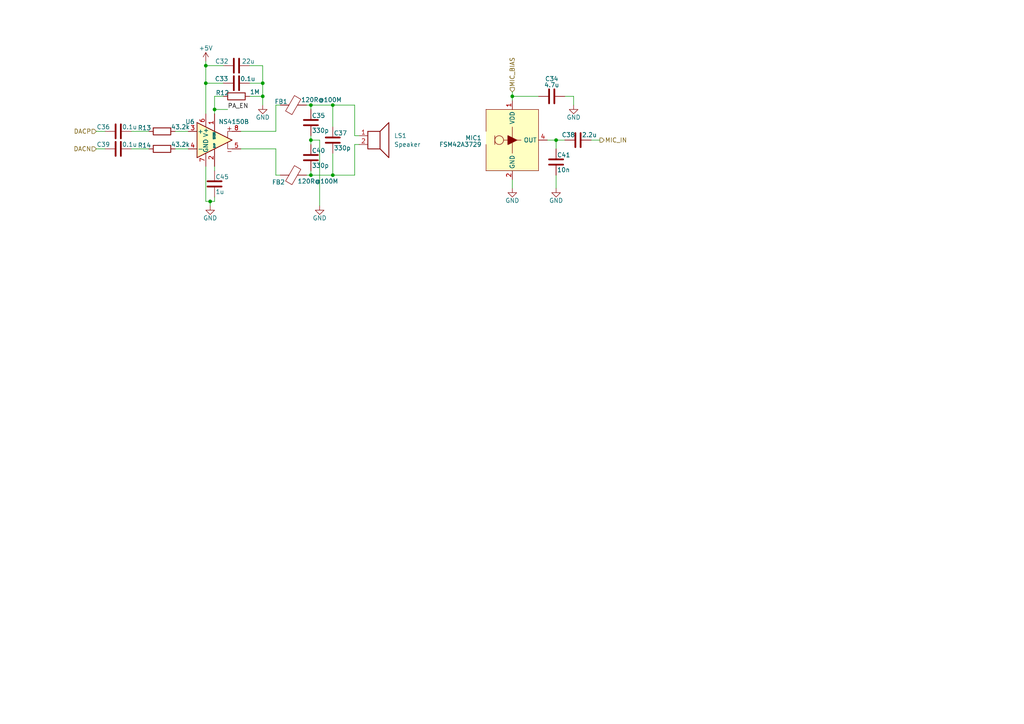
<source format=kicad_sch>
(kicad_sch (version 20231120) (generator "eeschema") (generator_version "8.0")
  (paper "A4")
  (lib_symbols
    (symbol "+5V_1" (power) (pin_numbers hide) (pin_names (offset 0) hide)
      (property "Value" "+5V" (at 0 3.556 0))
      (symbol "+5V_1_0_1"
        (polyline (pts (xy -0.762 1.27) (xy 0 2.54)))
        (polyline (pts (xy 0 0) (xy 0 2.54)))
        (polyline (pts (xy 0 2.54) (xy 0.762 1.27)))
      )
      (symbol "+5V_1_1_1"
        (pin power_in line (at 0 0 90) (length 0) (name "~") (number "1"))
      )
    )
    (symbol "Amplifier_Audio:LM4990MM" (pin_names (offset 0.127))
      (property "Reference" "U" (at 5.08 7.62 0))
      (property "Value" "LM4990MM" (at 5.08 5.08 0))
      (symbol "LM4990MM_0_1"
        (polyline (pts (xy 3.81 -0.635) (xy 3.81 -2.54) (xy 5.08 -2.54)))
        (polyline (pts (xy 5.08 2.54) (xy 3.81 2.54) (xy 3.81 0.635)))
        (polyline (pts (xy -5.08 5.08) (xy 5.08 0) (xy -5.08 -5.08) (xy -5.08 5.08)) (stroke (width 0.254)) (fill (type background)))
      )
      (symbol "LM4990MM_1_1"
        (polyline (pts (xy 3.81 -3.302) (xy 4.826 -3.302)))
        (polyline (pts (xy 4.318 3.81) (xy 4.318 2.794)))
        (polyline (pts (xy 4.826 3.302) (xy 3.81 3.302)))
        (pin input line (at 0 7.62 270) (length 5.08) (name "~{SHDN}") (number "1"))
        (pin input line (at 0 -7.62 90) (length 5.08) (name "BYP") (number "2"))
        (pin input line (at -7.62 2.54 0) (length 2.54) (name "+") (number "3"))
        (pin input line (at -7.62 -2.54 0) (length 2.54) (name "-") (number "4"))
        (pin output line (at 7.62 -2.54 180) (length 2.54) (name "~") (number "5"))
        (pin power_in line (at -2.54 7.62 270) (length 3.81) (name "V+") (number "6"))
        (pin power_in line (at -2.54 -7.62 90) (length 3.81) (name "GND") (number "7"))
        (pin output line (at 7.62 2.54 180) (length 2.54) (name "~") (number "8"))
      )
    )
    (symbol "Device:C" (pin_numbers hide) (pin_names (offset 0.254))
      (property "Reference" "C" (at 0.635 2.54 0))
      (property "Value" "C" (at 0.635 -2.54 0))
      (symbol "C_0_1"
        (polyline (pts (xy -2.032 -0.762) (xy 2.032 -0.762)) (stroke (width 0.508)))
        (polyline (pts (xy -2.032 0.762) (xy 2.032 0.762)) (stroke (width 0.508)))
      )
      (symbol "C_1_1"
        (pin passive line (at 0 3.81 270) (length 2.794) (name "~") (number "1"))
        (pin passive line (at 0 -3.81 90) (length 2.794) (name "~") (number "2"))
      )
    )
    (symbol "Device:FerriteBead" (pin_numbers hide) (pin_names (offset 0))
      (property "Reference" "FB" (at -3.81 0.635 90))
      (property "Value" "FerriteBead" (at 3.81 0 90))
      (symbol "FerriteBead_0_1"
        (polyline (pts (xy 0 -1.27) (xy 0 -1.2192)))
        (polyline (pts (xy 0 1.27) (xy 0 1.2954)))
        (polyline (pts (xy -2.7686 0.4064) (xy -1.7018 2.2606) (xy 2.7686 -0.3048) (xy 1.6764 -2.159) (xy -2.7686 0.4064)))
      )
      (symbol "FerriteBead_1_1"
        (pin passive line (at 0 3.81 270) (length 2.54) (name "~") (number "1"))
        (pin passive line (at 0 -3.81 90) (length 2.54) (name "~") (number "2"))
      )
    )
    (symbol "Device:R" (pin_numbers hide) (pin_names (offset 0))
      (property "Reference" "R" (at 2.032 0 90))
      (property "Value" "R" (at 0 0 90))
      (symbol "R_0_1"
        (rectangle (start -1.016 -2.54) (end 1.016 2.54) (stroke (width 0.254)))
      )
      (symbol "R_1_1"
        (pin passive line (at 0 3.81 270) (length 1.27) (name "~") (number "1"))
        (pin passive line (at 0 -3.81 90) (length 1.27) (name "~") (number "2"))
      )
    )
    (symbol "Device:Speaker" (pin_names (offset 0) hide)
      (property "Reference" "LS" (at 1.27 5.715 0))
      (property "Value" "Speaker" (at 1.27 3.81 0))
      (symbol "Speaker_0_0"
        (rectangle (start -2.54 1.27) (end 1.016 -3.81) (stroke (width 0.254)))
        (polyline (pts (xy 1.016 1.27) (xy 3.556 3.81) (xy 3.556 -6.35) (xy 1.016 -3.81)) (stroke (width 0.254)))
      )
      (symbol "Speaker_1_1"
        (pin input line (at -5.08 0 0) (length 2.54) (name "1") (number "1"))
        (pin input line (at -5.08 -2.54 0) (length 2.54) (name "2") (number "2"))
      )
    )
    (symbol "microphone:Analog-MEMS-Microphone-4pin"
      (property "Reference" "MIC" (at 0 23.622 0))
      (symbol "Analog-MEMS-Microphone-4pin_1_1"
        (rectangle (start -7.62 -1.27) (end -7.62 -8.89))
        (rectangle (start -7.62 8.89) (end -7.62 2.54))
        (rectangle (start -7.62 8.89) (end 7.62 -8.89) (stroke (width -0.0001)) (fill (type background)))
        (circle (center -3.81 0) (radius 1.27))
        (polyline (pts (xy -5.08 1.27) (xy -5.08 -1.27)))
        (polyline (pts (xy -1.27 0) (xy -2.54 0)))
        (polyline (pts (xy 0 0) (xy 0 -3.81)))
        (polyline (pts (xy 0 0) (xy 0 3.81)))
        (polyline (pts (xy 1.27 0) (xy 2.54 0)))
        (polyline (pts (xy -7.62 8.89) (xy 7.62 8.89) (xy 7.62 -8.89) (xy -7.62 -8.89)))
        (polyline (pts (xy 1.27 0) (xy -1.27 1.27) (xy -1.27 -1.27) (xy 1.27 0)) (stroke (width 0.254)) (fill (type outline)))
        (pin power_in line (at 0 11.43 270) (length 2.54) (name "VDD") (number "1"))
        (pin power_in line (at 0 -11.43 90) (length 2.54) (name "GND") (number "2"))
        (pin bidirectional line (at 0 -11.43 90) (length 2.54) hide (name "GND") (number "3"))
        (pin output line (at 10.16 0 180) (length 2.54) (name "OUT") (number "4"))
      )
    )
    (symbol "power:GND" (power) (pin_names (offset 0))
      (property "Value" "GND" (at 0 -3.81 0))
      (symbol "GND_0_1"
        (polyline (pts (xy 0 0) (xy 0 -1.27) (xy 1.27 -1.27) (xy 0 -2.54) (xy -1.27 -1.27) (xy 0 -1.27)))
      )
      (symbol "GND_1_1"
        (pin power_in line (at 0 0 270) (length 0) hide (name "GND") (number "1"))
      )
    )
  )
  (junction (at 59.69 24.13))
  (junction (at 90.17 40.64))
  (junction (at 59.69 19.05))
  (junction (at 161.29 40.64))
  (junction (at 60.96 58.42))
  (junction (at 62.23 31.75))
  (junction (at 96.52 30.48))
  (junction (at 76.2 27.94))
  (junction (at 96.52 50.8))
  (junction (at 76.2 24.13))
  (junction (at 90.17 30.48))
  (junction (at 90.17 50.8))
  (junction (at 148.59 27.94))
  (wire (pts (xy 62.23 48.26) (xy 62.23 49.53)))
  (wire (pts (xy 50.8 43.18) (xy 54.61 43.18)))
  (wire (pts (xy 161.29 40.64) (xy 161.29 43.18)))
  (wire (pts (xy 96.52 36.83) (xy 96.52 30.48)))
  (wire (pts (xy 80.01 50.8) (xy 81.28 50.8)))
  (wire (pts (xy 90.17 50.8) (xy 90.17 49.53)))
  (wire (pts (xy 96.52 30.48) (xy 102.87 30.48)))
  (wire (pts (xy 38.1 38.1) (xy 43.18 38.1)))
  (wire (pts (xy 27.94 38.1) (xy 30.48 38.1)))
  (wire (pts (xy 60.96 58.42) (xy 60.96 59.69)))
  (wire (pts (xy 148.59 26.67) (xy 148.59 27.94)))
  (wire (pts (xy 96.52 50.8) (xy 90.17 50.8)))
  (wire (pts (xy 59.69 24.13) (xy 59.69 33.02)))
  (wire (pts (xy 163.83 27.94) (xy 166.37 27.94)))
  (wire (pts (xy 88.9 50.8) (xy 90.17 50.8)))
  (wire (pts (xy 62.23 57.15) (xy 62.23 58.42)))
  (wire (pts (xy 64.77 27.94) (xy 62.23 27.94)))
  (wire (pts (xy 59.69 48.26) (xy 59.69 58.42)))
  (wire (pts (xy 102.87 39.37) (xy 102.87 30.48)))
  (wire (pts (xy 96.52 44.45) (xy 96.52 50.8)))
  (wire (pts (xy 62.23 33.02) (xy 62.23 31.75)))
  (wire (pts (xy 166.37 27.94) (xy 166.37 30.48)))
  (wire (pts (xy 62.23 27.94) (xy 62.23 31.75)))
  (wire (pts (xy 148.59 27.94) (xy 148.59 29.21)))
  (wire (pts (xy 148.59 52.07) (xy 148.59 54.61)))
  (wire (pts (xy 80.01 43.18) (xy 69.85 43.18)))
  (wire (pts (xy 90.17 41.91) (xy 90.17 40.64)))
  (wire (pts (xy 59.69 17.78) (xy 59.69 19.05)))
  (wire (pts (xy 27.94 43.18) (xy 30.48 43.18)))
  (wire (pts (xy 88.9 30.48) (xy 90.17 30.48)))
  (wire (pts (xy 76.2 27.94) (xy 76.2 30.48)))
  (wire (pts (xy 90.17 30.48) (xy 90.17 31.75)))
  (wire (pts (xy 59.69 19.05) (xy 64.77 19.05)))
  (wire (pts (xy 158.75 40.64) (xy 161.29 40.64)))
  (wire (pts (xy 102.87 41.91) (xy 102.87 50.8)))
  (wire (pts (xy 171.45 40.64) (xy 173.99 40.64)))
  (wire (pts (xy 80.01 30.48) (xy 80.01 38.1)))
  (wire (pts (xy 80.01 38.1) (xy 69.85 38.1)))
  (wire (pts (xy 59.69 19.05) (xy 59.69 24.13)))
  (wire (pts (xy 62.23 58.42) (xy 60.96 58.42)))
  (wire (pts (xy 104.14 41.91) (xy 102.87 41.91)))
  (wire (pts (xy 72.39 19.05) (xy 76.2 19.05)))
  (wire (pts (xy 60.96 58.42) (xy 59.69 58.42)))
  (wire (pts (xy 72.39 24.13) (xy 76.2 24.13)))
  (wire (pts (xy 76.2 24.13) (xy 76.2 27.94)))
  (wire (pts (xy 148.59 27.94) (xy 156.21 27.94)))
  (wire (pts (xy 50.8 38.1) (xy 54.61 38.1)))
  (wire (pts (xy 96.52 30.48) (xy 90.17 30.48)))
  (wire (pts (xy 76.2 19.05) (xy 76.2 24.13)))
  (wire (pts (xy 90.17 40.64) (xy 90.17 39.37)))
  (wire (pts (xy 96.52 50.8) (xy 102.87 50.8)))
  (wire (pts (xy 38.1 43.18) (xy 43.18 43.18)))
  (wire (pts (xy 161.29 40.64) (xy 163.83 40.64)))
  (wire (pts (xy 62.23 31.75) (xy 66.04 31.75)))
  (wire (pts (xy 104.14 39.37) (xy 102.87 39.37)))
  (wire (pts (xy 72.39 27.94) (xy 76.2 27.94)))
  (wire (pts (xy 92.71 40.64) (xy 92.71 59.69)))
  (wire (pts (xy 90.17 40.64) (xy 92.71 40.64)))
  (wire (pts (xy 80.01 50.8) (xy 80.01 43.18)))
  (wire (pts (xy 161.29 50.8) (xy 161.29 54.61)))
  (wire (pts (xy 80.01 30.48) (xy 81.28 30.48)))
  (wire (pts (xy 59.69 24.13) (xy 64.77 24.13)))
  (label "PA_EN" (at 66.04 31.75 0))
  (hierarchical_label "DACP" (shape input) (at 27.94 38.1 180))
  (hierarchical_label "MIC_IN" (shape output) (at 173.99 40.64 0))
  (hierarchical_label "DACN" (shape input) (at 27.94 43.18 180))
  (hierarchical_label "MIC_BIAS" (shape input) (at 148.59 26.67 90))
  (symbol (lib_id "power:GND") (at 92.71 59.69 0) (unit 1)
    (property "Reference" "#PWR052" (effects (hide yes)))
    (property "Value" "GND" (at 92.71 63.246 0))
    (property "Description" "Power symbol creates a global label with name \"GND\" , ground" (effects (hide yes)))
  )
  (symbol (lib_id "power:GND") (at 161.29 54.61 0) (unit 1)
    (property "Reference" "#PWR050" (effects (hide yes)))
    (property "Value" "GND" (at 161.29 58.166 0))
    (property "Description" "Power symbol creates a global label with name \"GND\" , ground" (effects (hide yes)))
  )
  (symbol (lib_id "Device:C") (at 90.17 45.72 0) (unit 1)
    (property "Reference" "C40" (at 90.424 43.688 0) (effects (justify left)))
    (property "Value" "330p" (at 90.424 48.006 0) (effects (justify left)))
    (property "Footprint" "Capacitor_SMD:C_0402_1005Metric" (effects (hide yes)))
    (property "Description" "Unpolarized capacitor" (effects (hide yes)))
  )
  (symbol (lib_id "Device:R") (at 68.58 27.94 90) (unit 1)
    (property "Reference" "R12" (at 64.516 26.924 90))
    (property "Value" "1M" (at 73.914 26.67 90))
    (property "Footprint" "Resistor_SMD:R_0402_1005Metric" (effects (hide yes)))
    (property "Description" "Resistor" (effects (hide yes)))
  )
  (symbol (lib_name "+5V_1") (lib_id "power:+5V") (at 59.69 17.78 0) (unit 1)
    (property "Reference" "#PWR046" (effects (hide yes)))
    (property "Value" "+5V" (at 59.69 13.97 0))
    (property "Description" "Power symbol creates a global label with name \"+5V\"" (effects (hide yes)))
  )
  (symbol (lib_id "power:GND") (at 60.96 59.69 0) (unit 1)
    (property "Reference" "#PWR051" (effects (hide yes)))
    (property "Value" "GND" (at 60.96 63.246 0))
    (property "Description" "Power symbol creates a global label with name \"GND\" , ground" (effects (hide yes)))
  )
  (symbol (lib_id "Device:C") (at 161.29 46.99 0) (unit 1)
    (property "Reference" "C41" (at 161.544 44.958 0) (effects (justify left)))
    (property "Value" "10n" (at 161.544 49.276 0) (effects (justify left)))
    (property "Footprint" "Capacitor_SMD:C_0402_1005Metric" (effects (hide yes)))
    (property "Description" "Unpolarized capacitor" (effects (hide yes)))
  )
  (symbol (lib_id "power:GND") (at 166.37 30.48 0) (unit 1)
    (property "Reference" "#PWR048" (effects (hide yes)))
    (property "Value" "GND" (at 166.37 34.036 0))
    (property "Description" "Power symbol creates a global label with name \"GND\" , ground" (effects (hide yes)))
  )
  (symbol (lib_id "Device:FerriteBead") (at 85.09 30.48 90) (unit 1)
    (property "Reference" "FB1" (at 81.534 29.464 90))
    (property "Value" "120R@100M" (at 93.218 28.956 90))
    (property "Footprint" "Inductor_SMD:L_0402_1005Metric" (effects (hide yes)))
    (property "Description" "Ferrite bead" (effects (hide yes)))
  )
  (symbol (lib_id "Device:C") (at 68.58 24.13 90) (unit 1)
    (property "Reference" "C33" (at 64.262 22.86 90))
    (property "Value" "0.1u" (at 71.882 22.86 90))
    (property "Footprint" "Capacitor_SMD:C_0402_1005Metric" (effects (hide yes)))
    (property "Description" "Unpolarized capacitor" (effects (hide yes)))
  )
  (symbol (lib_id "power:GND") (at 76.2 30.48 0) (unit 1)
    (property "Reference" "#PWR047" (effects (hide yes)))
    (property "Value" "GND" (at 76.2 34.036 0))
    (property "Description" "Power symbol creates a global label with name \"GND\" , ground" (effects (hide yes)))
  )
  (symbol (lib_id "Device:C") (at 62.23 53.34 0) (unit 1)
    (property "Reference" "C45" (at 62.484 51.308 0) (effects (justify left)))
    (property "Value" "1u" (at 62.484 55.626 0) (effects (justify left)))
    (property "Footprint" "Capacitor_SMD:C_0402_1005Metric" (effects (hide yes)))
    (property "Description" "Unpolarized capacitor" (effects (hide yes)))
  )
  (symbol (lib_id "Device:C") (at 167.64 40.64 90) (unit 1)
    (property "Reference" "C38" (at 164.846 39.116 90))
    (property "Value" "2.2u" (at 170.942 39.116 90))
    (property "Footprint" "Capacitor_SMD:C_0402_1005Metric" (effects (hide yes)))
    (property "Description" "Unpolarized capacitor" (effects (hide yes)))
    (property "耐压" "10V" (effects (hide yes)))
  )
  (symbol (lib_id "microphone:Analog-MEMS-Microphone-4pin") (at 148.59 40.64 0) (unit 1)
    (property "Reference" "MIC1" (at 139.7 40.0049 0) (effects (justify right)))
    (property "Value" "FSM42A3729" (at 139.7 41.91 0) (effects (justify right)))
    (property "Footprint" "micphone:MIC-SMD_4P-L3.8-W3.0" (effects (hide yes)))
  )
  (symbol (lib_id "Device:C") (at 34.29 43.18 90) (unit 1)
    (property "Reference" "C39" (at 29.972 41.91 90))
    (property "Value" "0.1u" (at 37.592 41.91 90))
    (property "Footprint" "Capacitor_SMD:C_0402_1005Metric" (effects (hide yes)))
    (property "Description" "Unpolarized capacitor" (effects (hide yes)))
  )
  (symbol (lib_id "Device:C") (at 68.58 19.05 90) (unit 1)
    (property "Reference" "C32" (at 66.294 17.78 90) (effects (justify left)))
    (property "Value" "22u" (at 73.914 17.78 90) (effects (justify left)))
    (property "Footprint" "Capacitor_SMD:C_0603_1608Metric" (effects (hide yes)))
    (property "Description" "Unpolarized capacitor" (effects (hide yes)))
    (property "耐压" "10V" (effects (hide yes)))
  )
  (symbol (lib_id "Device:R") (at 46.99 43.18 90) (unit 1)
    (property "Reference" "R14" (at 41.91 42.164 90))
    (property "Value" "43.2k" (at 52.324 41.91 90))
    (property "Footprint" "Resistor_SMD:R_0402_1005Metric" (effects (hide yes)))
    (property "Description" "Resistor" (effects (hide yes)))
  )
  (symbol (lib_id "Device:C") (at 160.02 27.94 90) (unit 1)
    (property "Reference" "C34" (at 160.02 22.86 90))
    (property "Value" "4.7u" (at 160.02 24.638 90))
    (property "Footprint" "Capacitor_SMD:C_0402_1005Metric" (effects (hide yes)))
    (property "Description" "Unpolarized capacitor" (effects (hide yes)))
  )
  (symbol (lib_id "Device:R") (at 46.99 38.1 90) (unit 1)
    (property "Reference" "R13" (at 41.91 37.084 90))
    (property "Value" "43.2k" (at 52.324 36.83 90))
    (property "Footprint" "Resistor_SMD:R_0402_1005Metric" (effects (hide yes)))
    (property "Description" "Resistor" (effects (hide yes)))
  )
  (symbol (lib_id "Device:C") (at 34.29 38.1 90) (unit 1)
    (property "Reference" "C36" (at 29.972 36.83 90))
    (property "Value" "0.1u" (at 37.592 36.83 90))
    (property "Footprint" "Capacitor_SMD:C_0402_1005Metric" (effects (hide yes)))
    (property "Description" "Unpolarized capacitor" (effects (hide yes)))
  )
  (symbol (lib_id "power:GND") (at 148.59 54.61 0) (unit 1)
    (property "Reference" "#PWR049" (effects (hide yes)))
    (property "Value" "GND" (at 148.59 58.166 0))
    (property "Description" "Power symbol creates a global label with name \"GND\" , ground" (effects (hide yes)))
  )
  (symbol (lib_id "Device:FerriteBead") (at 85.09 50.8 90) (unit 1)
    (property "Reference" "FB2" (at 80.772 52.832 90))
    (property "Value" "120R@100M" (at 92.202 52.578 90))
    (property "Footprint" "Inductor_SMD:L_0402_1005Metric" (effects (hide yes)))
    (property "Description" "Ferrite bead" (effects (hide yes)))
  )
  (symbol (lib_id "Device:C") (at 96.52 40.64 0) (unit 1)
    (property "Reference" "C37" (at 96.774 38.608 0) (effects (justify left)))
    (property "Value" "330p" (at 96.774 42.926 0) (effects (justify left)))
    (property "Footprint" "Capacitor_SMD:C_0402_1005Metric" (effects (hide yes)))
    (property "Description" "Unpolarized capacitor" (effects (hide yes)))
  )
  (symbol (lib_id "Amplifier_Audio:LM4990MM") (at 62.23 40.64 0) (unit 1)
    (property "Reference" "U6" (at 55.118 35.306 0))
    (property "Value" "NS4150B" (at 67.818 35.306 0))
    (property "Footprint" "Package_SO:MSOP-8_3x3mm_P0.65mm" (effects (hide yes)))
    (property "Datasheet" "http://www.ti.com/lit/ds/symlink/lm4990.pdf" (effects (hide yes)))
    (property "Description" "Boomer 2 Watt Audio Power Amplifier with Selectable Shutdown Logic Level, VSSOP-8" (effects (hide yes)))
  )
  (symbol (lib_id "Device:Speaker") (at 109.22 39.37 0) (unit 1)
    (property "Reference" "LS1" (at 114.3 39.3699 0) (effects (justify left)))
    (property "Value" "Speaker" (at 114.3 41.9099 0) (effects (justify left)))
    (property "Footprint" "speak:FUET-1818-1.8x1.8mm-H6.1mm" (effects (hide yes)))
    (property "Description" "Speaker" (effects (hide yes)))
  )
  (symbol (lib_id "Device:C") (at 90.17 35.56 0) (unit 1)
    (property "Reference" "C35" (at 90.424 33.528 0) (effects (justify left)))
    (property "Value" "330p" (at 90.424 37.846 0) (effects (justify left)))
    (property "Footprint" "Capacitor_SMD:C_0402_1005Metric" (effects (hide yes)))
    (property "Description" "Unpolarized capacitor" (effects (hide yes)))
  )
)
</source>
